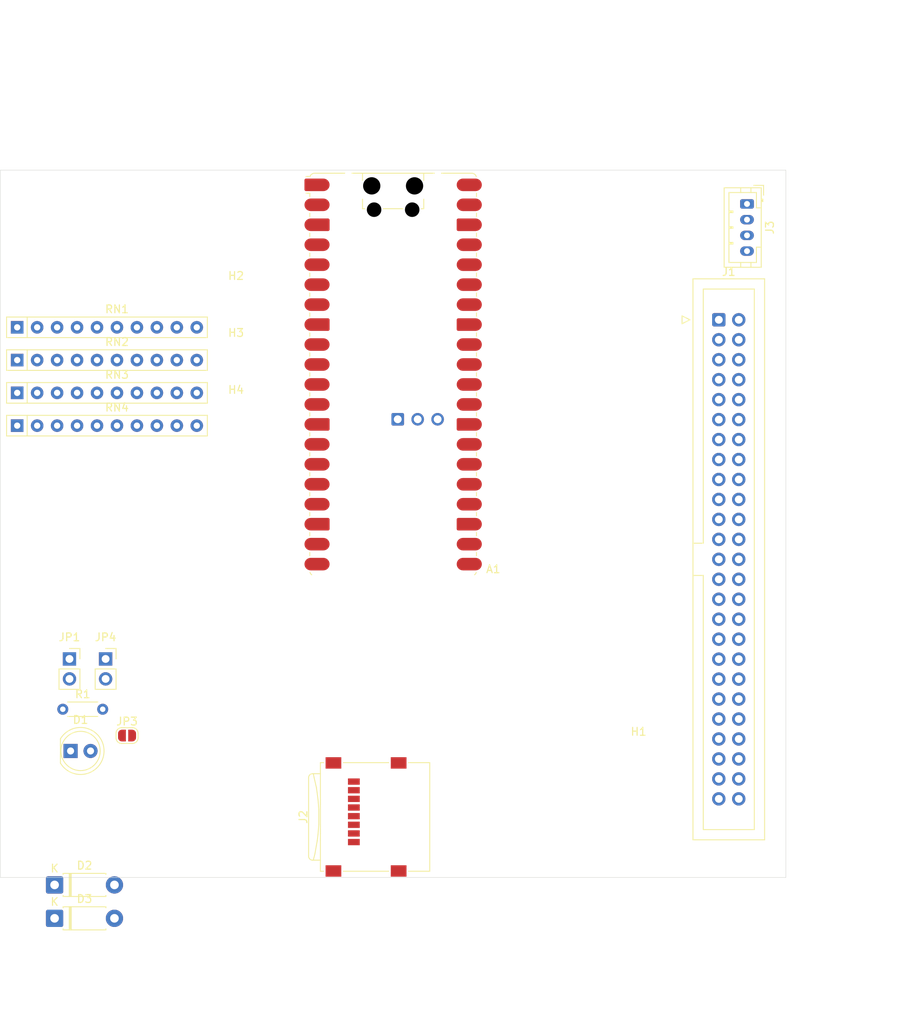
<source format=kicad_pcb>
(kicad_pcb (version 20241229) (generator "pcbnew") (generator_version "9.0")
  (layers (0 "F.Cu" signal) (2 "B.Cu" signal) (13 "F.Paste" user) (15 "B.Paste" user) (5 "F.SilkS" user "F.Silkscreen") (7 "B.SilkS" user "B.Silkscreen") (1 "F.Mask" user) (3 "B.Mask" user) (25 "Edge.Cuts" user))
  (net 0 "")
  (net 1 "/SCSI_IO")
  (net 2 "GND")
  (net 3 "/SCSI_DATA1")
  (net 4 "/SCSI_DATA2")
  (net 7 "/SCSI_BSY")
  (net 8 "+3.3V")
  (net 10 "/SD_DATA1")
  (net 11 "/SD_DATA3")
  (net 12 "/SCSI_REQ")
  (net 13 "/SCSI_ACK")
  (net 14 "/SCSI_CD")
  (net 15 "/SCSI_DATA7")
  (net 16 "/SCSI_MSG")
  (net 17 "/SCSI_DATA3")
  (net 18 "/SCSI_SEL")
  (net 19 "/SCSI_DATA0")
  (net 21 "/SD_CMD")
  (net 23 "/SD_DATA2")
  (net 24 "/SD_DATA0")
  (net 25 "/SCSI_RST")
  (net 26 "/SCSI_BDP")
  (net 27 "/SCSI_DATA4")
  (net 28 "/SCSI_DATA6")
  (net 29 "/SCSI_DATA5")
  (net 31 "+5V")
  (net 33 "/SCSI_ATN")
  (net 34 "/SD_CLK")
  (net 35 "Net-(D1-A)")
  (net 36 "Net-(D2-A)")
  (net 37 "Net-(D3-A)")
  (net 41 "Net-(JP1-B)")
  (net 42 "Net-(JP3-A)")
  (net 43 "Net-(JP4-B)")
  (footprint "MountingHole:MountingHole_3.2mm_M3_ISO7380" (layer "F.Cu") (at 110 113.75)
    (property "Reference" "H1" (at 0 -3.8 0) (layer "F.SilkS"))
    (property "Value" "MountingHole")
    (pad "" np_thru_hole circle (at 0 0) (size 3.2 3.2) (drill 3.2) (layers "*.Cu" "*.Mask"))
  )
  (footprint "Resistor_THT:R_Axial_DIN0204_L3.6mm_D1.6mm_P5.08mm_Horizontal" (layer "F.Cu") (at 36.695 107.095)
    (property "Reference" "R1" (at 2.54 -1.92 0) (layer "F.SilkS"))
    (property "Value" "1K")
    (fp_line (start 0.62 -0.92) (end 4.46 -0.92) (stroke (width 0.12)) (layer "F.SilkS"))
    (fp_line (start 0.62 0.92) (end 4.46 0.92) (stroke (width 0.12)) (layer "F.SilkS"))
    (pad "1" thru_hole circle (at 0 0) (size 1.4 1.4) (drill 0.7) (layers "*.Cu" "*.Mask") (net 35 "Net-(D1-A)"))
    (pad "2" thru_hole circle (at 5.08 0) (size 1.4 1.4) (drill 0.7) (layers "*.Cu" "*.Mask") (net 42 "Net-(JP3-A)"))
  )
  (footprint "Resistor_THT:R_Array_SIP10" (layer "F.Cu") (at 30.89 66.84)
    (property "Reference" "RN3" (at 12.7 -2.31 0) (layer "F.SilkS"))
    (property "Value" "330")
    (fp_line (start -1.35 -1.31) (end -1.35 1.31) (stroke (width 0.12)) (layer "F.SilkS"))
    (fp_line (start -1.35 1.31) (end 24.21 1.31) (stroke (width 0.12)) (layer "F.SilkS"))
    (fp_line (start 1.27 -1.31) (end 1.27 1.31) (stroke (width 0.12)) (layer "F.SilkS"))
    (fp_line (start 24.21 -1.31) (end -1.35 -1.31) (stroke (width 0.12)) (layer "F.SilkS"))
    (fp_line (start 24.21 1.31) (end 24.21 -1.31) (stroke (width 0.12)) (layer "F.SilkS"))
    (pad "1" thru_hole rect (at 0 0) (size 1.6 1.6) (drill 0.8) (layers "*.Cu" "*.Mask") (net 41 "Net-(JP1-B)"))
    (pad "2" thru_hole circle (at 2.54 0) (size 1.6 1.6) (drill 0.8) (layers "*.Cu" "*.Mask") (net 26 "/SCSI_BDP"))
    (pad "3" thru_hole circle (at 5.08 0) (size 1.6 1.6) (drill 0.8) (layers "*.Cu" "*.Mask") (net 15 "/SCSI_DATA7"))
    (pad "4" thru_hole circle (at 7.62 0) (size 1.6 1.6) (drill 0.8) (layers "*.Cu" "*.Mask") (net 28 "/SCSI_DATA6"))
    (pad "5" thru_hole circle (at 10.16 0) (size 1.6 1.6) (drill 0.8) (layers "*.Cu" "*.Mask") (net 29 "/SCSI_DATA5"))
    (pad "6" thru_hole circle (at 12.7 0) (size 1.6 1.6) (drill 0.8) (layers "*.Cu" "*.Mask") (net 27 "/SCSI_DATA4"))
    (pad "7" thru_hole circle (at 15.24 0) (size 1.6 1.6) (drill 0.8) (layers "*.Cu" "*.Mask") (net 17 "/SCSI_DATA3"))
    (pad "8" thru_hole circle (at 17.78 0) (size 1.6 1.6) (drill 0.8) (layers "*.Cu" "*.Mask") (net 4 "/SCSI_DATA2"))
    (pad "9" thru_hole circle (at 20.32 0) (size 1.6 1.6) (drill 0.8) (layers "*.Cu" "*.Mask") (net 3 "/SCSI_DATA1"))
    (pad "10" thru_hole circle (at 22.86 0) (size 1.6 1.6) (drill 0.8) (layers "*.Cu" "*.Mask") (net 19 "/SCSI_DATA0"))
  )
  (footprint "Connector_IDC:IDC-Header_2x25_P2.54mm_Vertical" (layer "F.Cu") (at 120.21 57.54)
    (property "Reference" "J1" (at 1.27 -6.1 0) (layer "F.SilkS"))
    (property "Value" "SCSI_CONN")
    (fp_line (start -4.68 -0.5) (end -4.68 0.5) (stroke (width 0.12)) (layer "F.SilkS"))
    (fp_line (start -4.68 0.5) (end -3.68 0) (stroke (width 0.12)) (layer "F.SilkS"))
    (fp_line (start -3.68 0) (end -4.68 -0.5) (stroke (width 0.12)) (layer "F.SilkS"))
    (fp_line (start -3.29 -5.21) (end 5.83 -5.21) (stroke (width 0.12)) (layer "F.SilkS"))
    (fp_line (start -3.29 28.43) (end -1.98 28.43) (stroke (width 0.12)) (layer "F.SilkS"))
    (fp_line (start -3.29 66.17) (end -3.29 -5.21) (stroke (width 0.12)) (layer "F.SilkS"))
    (fp_line (start -1.98 -3.91) (end 4.52 -3.91) (stroke (width 0.12)) (layer "F.SilkS"))
    (fp_line (start -1.98 28.43) (end -1.98 -3.91) (stroke (width 0.12)) (layer "F.SilkS"))
    (fp_line (start -1.98 32.53) (end -3.29 32.53) (stroke (width 0.12)) (layer "F.SilkS"))
    (fp_line (start -1.98 32.53) (end -1.98 32.53) (stroke (width 0.12)) (layer "F.SilkS"))
    (fp_line (start -1.98 64.87) (end -1.98 32.53) (stroke (width 0.12)) (layer "F.SilkS"))
    (fp_line (start 4.52 -3.91) (end 4.52 64.87) (stroke (width 0.12)) (layer "F.SilkS"))
    (fp_line (start 4.52 64.87) (end -1.98 64.87) (stroke (width 0.12)) (layer "F.SilkS"))
    (fp_line (start 5.83 -5.21) (end 5.83 66.17) (stroke (width 0.12)) (layer "F.SilkS"))
    (fp_line (start 5.83 66.17) (end -3.29 66.17) (stroke (width 0.12)) (layer "F.SilkS"))
    (pad "1" thru_hole roundrect (at 0 0) (size 1.7 1.7) (drill 1) (layers "*.Cu" "*.Mask") (roundrect_rratio 0.147059) (net 2 "GND"))
    (pad "2" thru_hole circle (at 2.54 0) (size 1.7 1.7) (drill 1) (layers "*.Cu" "*.Mask") (net 19 "/SCSI_DATA0"))
    (pad "3" thru_hole circle (at 0 2.54) (size 1.7 1.7) (drill 1) (layers "*.Cu" "*.Mask") (net 2 "GND"))
    (pad "4" thru_hole circle (at 2.54 2.54) (size 1.7 1.7) (drill 1) (layers "*.Cu" "*.Mask") (net 3 "/SCSI_DATA1"))
    (pad "5" thru_hole circle (at 0 5.08) (size 1.7 1.7) (drill 1) (layers "*.Cu" "*.Mask") (net 2 "GND"))
    (pad "6" thru_hole circle (at 2.54 5.08) (size 1.7 1.7) (drill 1) (layers "*.Cu" "*.Mask") (net 4 "/SCSI_DATA2"))
    (pad "7" thru_hole circle (at 0 7.62) (size 1.7 1.7) (drill 1) (layers "*.Cu" "*.Mask") (net 2 "GND"))
    (pad "8" thru_hole circle (at 2.54 7.62) (size 1.7 1.7) (drill 1) (layers "*.Cu" "*.Mask") (net 17 "/SCSI_DATA3"))
    (pad "9" thru_hole circle (at 0 10.16) (size 1.7 1.7) (drill 1) (layers "*.Cu" "*.Mask") (net 2 "GND"))
    (pad "10" thru_hole circle (at 2.54 10.16) (size 1.7 1.7) (drill 1) (layers "*.Cu" "*.Mask") (net 27 "/SCSI_DATA4"))
    (pad "11" thru_hole circle (at 0 12.7) (size 1.7 1.7) (drill 1) (layers "*.Cu" "*.Mask") (net 2 "GND"))
    (pad "12" thru_hole circle (at 2.54 12.7) (size 1.7 1.7) (drill 1) (layers "*.Cu" "*.Mask") (net 29 "/SCSI_DATA5"))
    (pad "13" thru_hole circle (at 0 15.24) (size 1.7 1.7) (drill 1) (layers "*.Cu" "*.Mask") (net 2 "GND"))
    (pad "14" thru_hole circle (at 2.54 15.24) (size 1.7 1.7) (drill 1) (layers "*.Cu" "*.Mask") (net 28 "/SCSI_DATA6"))
    (pad "15" thru_hole circle (at 0 17.78) (size 1.7 1.7) (drill 1) (layers "*.Cu" "*.Mask") (net 2 "GND"))
    (pad "16" thru_hole circle (at 2.54 17.78) (size 1.7 1.7) (drill 1) (layers "*.Cu" "*.Mask") (net 15 "/SCSI_DATA7"))
    (pad "17" thru_hole circle (at 0 20.32) (size 1.7 1.7) (drill 1) (layers "*.Cu" "*.Mask") (net 2 "GND"))
    (pad "18" thru_hole circle (at 2.54 20.32) (size 1.7 1.7) (drill 1) (layers "*.Cu" "*.Mask") (net 26 "/SCSI_BDP"))
    (pad "19" thru_hole circle (at 0 22.86) (size 1.7 1.7) (drill 1) (layers "*.Cu" "*.Mask") (net 2 "GND"))
    (pad "20" thru_hole circle (at 2.54 22.86) (size 1.7 1.7) (drill 1) (layers "*.Cu" "*.Mask") (net 2 "GND"))
    (pad "21" thru_hole circle (at 0 25.4) (size 1.7 1.7) (drill 1) (layers "*.Cu" "*.Mask") (net 2 "GND"))
    (pad "22" thru_hole circle (at 2.54 25.4) (size 1.7 1.7) (drill 1) (layers "*.Cu" "*.Mask") (net 2 "GND"))
    (pad "23" thru_hole circle (at 0 27.94) (size 1.7 1.7) (drill 1) (layers "*.Cu" "*.Mask") (net 2 "GND"))
    (pad "24" thru_hole circle (at 2.54 27.94) (size 1.7 1.7) (drill 1) (layers "*.Cu" "*.Mask") (net 2 "GND"))
    (pad "25" thru_hole circle (at 0 30.48) (size 1.7 1.7) (drill 1) (layers "*.Cu" "*.Mask"))
    (pad "26" thru_hole circle (at 2.54 30.48) (size 1.7 1.7) (drill 1) (layers "*.Cu" "*.Mask") (net 37 "Net-(D3-A)"))
    (pad "27" thru_hole circle (at 0 33.02) (size 1.7 1.7) (drill 1) (layers "*.Cu" "*.Mask") (net 2 "GND"))
    (pad "28" thru_hole circle (at 2.54 33.02) (size 1.7 1.7) (drill 1) (layers "*.Cu" "*.Mask") (net 2 "GND"))
    (pad "29" thru_hole circle (at 0 35.56) (size 1.7 1.7) (drill 1) (layers "*.Cu" "*.Mask") (net 2 "GND"))
    (pad "30" thru_hole circle (at 2.54 35.56) (size 1.7 1.7) (drill 1) (layers "*.Cu" "*.Mask") (net 2 "GND"))
    (pad "31" thru_hole circle (at 0 38.1) (size 1.7 1.7) (drill 1) (layers "*.Cu" "*.Mask") (net 2 "GND"))
    (pad "32" thru_hole circle (at 2.54 38.1) (size 1.7 1.7) (drill 1) (layers "*.Cu" "*.Mask") (net 33 "/SCSI_ATN"))
    (pad "33" thru_hole circle (at 0 40.64) (size 1.7 1.7) (drill 1) (layers "*.Cu" "*.Mask") (net 2 "GND"))
    (pad "34" thru_hole circle (at 2.54 40.64) (size 1.7 1.7) (drill 1) (layers "*.Cu" "*.Mask"))
    (pad "35" thru_hole circle (at 0 43.18) (size 1.7 1.7) (drill 1) (layers "*.Cu" "*.Mask") (net 2 "GND"))
    (pad "36" thru_hole circle (at 2.54 43.18) (size 1.7 1.7) (drill 1) (layers "*.Cu" "*.Mask") (net 7 "/SCSI_BSY"))
    (pad "37" thru_hole circle (at 0 45.72) (size 1.7 1.7) (drill 1) (layers "*.Cu" "*.Mask") (net 2 "GND"))
    (pad "38" thru_hole circle (at 2.54 45.72) (size 1.7 1.7) (drill 1) (layers "*.Cu" "*.Mask") (net 13 "/SCSI_ACK"))
    (pad "39" thru_hole circle (at 0 48.26) (size 1.7 1.7) (drill 1) (layers "*.Cu" "*.Mask") (net 2 "GND"))
    (pad "40" thru_hole circle (at 2.54 48.26) (size 1.7 1.7) (drill 1) (layers "*.Cu" "*.Mask") (net 25 "/SCSI_RST"))
    (pad "41" thru_hole circle (at 0 50.8) (size 1.7 1.7) (drill 1) (layers "*.Cu" "*.Mask") (net 2 "GND"))
    (pad "42" thru_hole circle (at 2.54 50.8) (size 1.7 1.7) (drill 1) (layers "*.Cu" "*.Mask") (net 16 "/SCSI_MSG"))
    (pad "43" thru_hole circle (at 0 53.34) (size 1.7 1.7) (drill 1) (layers "*.Cu" "*.Mask") (net 2 "GND"))
    (pad "44" thru_hole circle (at 2.54 53.34) (size 1.7 1.7) (drill 1) (layers "*.Cu" "*.Mask") (net 18 "/SCSI_SEL"))
    (pad "45" thru_hole circle (at 0 55.88) (size 1.7 1.7) (drill 1) (layers "*.Cu" "*.Mask") (net 2 "GND"))
    (pad "46" thru_hole circle (at 2.54 55.88) (size 1.7 1.7) (drill 1) (layers "*.Cu" "*.Mask") (net 14 "/SCSI_CD"))
    (pad "47" thru_hole circle (at 0 58.42) (size 1.7 1.7) (drill 1) (layers "*.Cu" "*.Mask") (net 2 "GND"))
    (pad "48" thru_hole circle (at 2.54 58.42) (size 1.7 1.7) (drill 1) (layers "*.Cu" "*.Mask") (net 12 "/SCSI_REQ"))
    (pad "49" thru_hole circle (at 0 60.96) (size 1.7 1.7) (drill 1) (layers "*.Cu" "*.Mask") (net 2 "GND"))
    (pad "50" thru_hole circle (at 2.54 60.96) (size 1.7 1.7) (drill 1) (layers "*.Cu" "*.Mask") (net 1 "/SCSI_IO"))
  )
  (footprint "MountingHole:MountingHole_3.2mm_M3_ISO7380" (layer "F.Cu") (at 58.75 55.75)
    (property "Reference" "H2" (at 0 -3.8 0) (layer "F.SilkS"))
    (property "Value" "MountingHole")
    (pad "" np_thru_hole circle (at 0 0) (size 3.2 3.2) (drill 3.2) (layers "*.Cu" "*.Mask"))
  )
  (footprint "Diode_THT:D_DO-41_SOD81_P7.62mm_Horizontal" (layer "F.Cu") (at 35.65 129.45)
    (property "Reference" "D2" (at 3.81 -2.47 0) (layer "F.SilkS"))
    (property "Value" "1N4001")
    (fp_line (start 1.09 -1.47) (end 6.53 -1.47) (stroke (width 0.12)) (layer "F.SilkS"))
    (fp_line (start 1.09 -1.34) (end 1.09 -1.47) (stroke (width 0.12)) (layer "F.SilkS"))
    (fp_line (start 1.09 1.34) (end 1.09 1.47) (stroke (width 0.12)) (layer "F.SilkS"))
    (fp_line (start 1.09 1.47) (end 6.53 1.47) (stroke (width 0.12)) (layer "F.SilkS"))
    (fp_line (start 1.87 -1.47) (end 1.87 1.47) (stroke (width 0.12)) (layer "F.SilkS"))
    (fp_line (start 1.99 -1.47) (end 1.99 1.47) (stroke (width 0.12)) (layer "F.SilkS"))
    (fp_line (start 2.11 -1.47) (end 2.11 1.47) (stroke (width 0.12)) (layer "F.SilkS"))
    (fp_line (start 6.53 -1.47) (end 6.53 -1.34) (stroke (width 0.12)) (layer "F.SilkS"))
    (fp_line (start 6.53 1.47) (end 6.53 1.34) (stroke (width 0.12)) (layer "F.SilkS"))
    (fp_text user "K" (at 0 -2.1 0) (layer "F.SilkS"))
    (pad "1" thru_hole roundrect (at 0 0) (size 2.2 2.2) (drill 1.1) (layers "*.Cu" "*.Mask") (roundrect_rratio 0.113636) (net 31 "+5V"))
    (pad "2" thru_hole circle (at 7.62 0) (size 2.2 2.2) (drill 1.1) (layers "*.Cu" "*.Mask") (net 36 "Net-(D2-A)"))
  )
  (footprint "Connector_Card:microSD_HC_Wuerth_693072010801" (layer "F.Cu") (at 75.3 120.8 90)
    (property "Reference" "J2" (at 0 -7.99 90) (layer "F.SilkS"))
    (property "Value" "Micro_SD_Card")
    (fp_line (start -5 -7.31) (end 5 -7.31) (stroke (width 0.12)) (layer "F.SilkS"))
    (fp_line (start -5.5 -6.71) (end -4.7 -6.51) (stroke (width 0.12)) (layer "F.SilkS"))
    (fp_line (start 5 -6.61) (end 5.5 -6.71) (stroke (width 0.12)) (layer "F.SilkS"))
    (fp_line (start -4.7 -6.51) (end -3 -6.21) (stroke (width 0.12)) (layer "F.SilkS"))
    (fp_line (start 3.7 -6.31) (end 5 -6.61) (stroke (width 0.12)) (layer "F.SilkS"))
    (fp_line (start -3 -6.21) (end -2.2 -6.11) (stroke (width 0.12)) (layer "F.SilkS"))
    (fp_line (start 2.2 -6.11) (end 3.7 -6.31) (stroke (width 0.12)) (layer "F.SilkS"))
    (fp_line (start -2.2 -6.11) (end -0.9 -6.01) (stroke (width 0.12)) (layer "F.SilkS"))
    (fp_line (start 0.9 -6.01) (end 2.2 -6.11) (stroke (width 0.12)) (layer "F.SilkS"))
    (fp_line (start -0.9 -6.01) (end 0.9 -6.01) (stroke (width 0.12)) (layer "F.SilkS"))
    (fp_line (start 6.91 -5.81) (end 6.91 -5.41) (stroke (width 0.12)) (layer "F.SilkS"))
    (fp_line (start 5.5 -5.81) (end 5.5 -6.81) (stroke (width 0.12)) (layer "F.SilkS"))
    (fp_line (start -5.5 -5.81) (end -5.5 -6.81) (stroke (width 0.12)) (layer "F.SilkS"))
    (fp_line (start -6.91 -5.81) (end 6.91 -5.81) (stroke (width 0.12)) (layer "F.SilkS"))
    (fp_line (start -6.91 -5.81) (end -6.91 -5.41) (stroke (width 0.12)) (layer "F.SilkS"))
    (fp_line (start 6.91 -2.89) (end 6.91 2.89) (stroke (width 0.12)) (layer "F.SilkS"))
    (fp_line (start -6.91 -2.89) (end -6.91 2.89) (stroke (width 0.12)) (layer "F.SilkS"))
    (fp_line (start 6.91 5.41) (end 6.91 8.11) (stroke (width 0.12)) (layer "F.SilkS"))
    (fp_line (start -6.91 5.41) (end -6.91 8.11) (stroke (width 0.12)) (layer "F.SilkS"))
    (fp_line (start 6.91 8.11) (end -6.91 8.11) (stroke (width 0.12)) (layer "F.SilkS"))
    (fp_arc (start 5 -7.31) (mid 5.353553 -7.163553) (end 5.5 -6.81) (stroke (width 0.12)) (layer "F.SilkS"))
    (fp_arc (start -5.5 -6.81) (mid -5.353553 -7.163553) (end -5 -7.31) (stroke (width 0.12)) (layer "F.SilkS"))
    (pad "1" smd rect (at -3.2 -1.55 90) (size 0.8 1.5) (layers "F.Cu" "F.Mask" "F.Paste") (net 23 "/SD_DATA2"))
    (pad "2" smd rect (at -2.1 -1.55 90) (size 0.8 1.5) (layers "F.Cu" "F.Mask" "F.Paste") (net 11 "/SD_DATA3"))
    (pad "3" smd rect (at -1 -1.55 90) (size 0.8 1.5) (layers "F.Cu" "F.Mask" "F.Paste") (net 21 "/SD_CMD"))
    (pad "4" smd rect (at 0.1 -1.55 90) (size 0.8 1.5) (layers "F.Cu" "F.Mask" "F.Paste") (net 8 "+3.3V"))
    (pad "5" smd rect (at 1.2 -1.55 90) (size 0.8 1.5) (layers "F.Cu" "F.Mask" "F.Paste") (net 34 "/SD_CLK"))
    (pad "6" smd rect (at 2.3 -1.55 90) (size 0.8 1.5) (layers "F.Cu" "F.Mask" "F.Paste") (net 2 "GND"))
    (pad "7" smd rect (at 3.4 -1.55 90) (size 0.8 1.5) (layers "F.Cu" "F.Mask" "F.Paste") (net 24 "/SD_DATA0"))
    (pad "8" smd rect (at 4.5 -1.55 90) (size 0.8 1.5) (layers "F.Cu" "F.Mask" "F.Paste") (net 10 "/SD_DATA1"))
    (pad "9" smd rect (at -6.875 -4.15 90) (size 1.45 2) (layers "F.Cu" "F.Mask" "F.Paste") (net 2 "GND"))
    (pad "9" smd rect (at -6.875 4.15 90) (size 1.45 2) (layers "F.Cu" "F.Mask" "F.Paste") (net 2 "GND"))
    (pad "9" smd rect (at 6.875 -4.15 90) (size 1.45 2) (layers "F.Cu" "F.Mask" "F.Paste") (net 2 "GND"))
    (pad "9" smd rect (at 6.875 4.15 90) (size 1.45 2) (layers "F.Cu" "F.Mask" "F.Paste") (net 2 "GND"))
  )
  (footprint "Connector_PinSocket_2.54mm:PinSocket_1x02_P2.54mm_Vertical" (layer "F.Cu") (at 42.145 100.695)
    (property "Reference" "JP4" (at 0 -2.77 0) (layer "F.SilkS"))
    (property "Value" "TERM_EN")
    (fp_line (start -1.33 1.27) (end -1.33 3.87) (stroke (width 0.12)) (layer "F.SilkS"))
    (fp_line (start -1.33 1.27) (end 1.33 1.27) (stroke (width 0.12)) (layer "F.SilkS"))
    (fp_line (start -1.33 3.87) (end 1.33 3.87) (stroke (width 0.12)) (layer "F.SilkS"))
    (fp_line (start 0 -1.33) (end 1.33 -1.33) (stroke (width 0.12)) (layer "F.SilkS"))
    (fp_line (start 1.33 -1.33) (end 1.33 0) (stroke (width 0.12)) (layer "F.SilkS"))
    (fp_line (start 1.33 1.27) (end 1.33 3.87) (stroke (width 0.12)) (layer "F.SilkS"))
    (pad "1" thru_hole rect (at 0 0) (size 1.7 1.7) (drill 1) (layers "*.Cu" "*.Mask") (net 31 "+5V"))
    (pad "2" thru_hole circle (at 0 2.54) (size 1.7 1.7) (drill 1) (layers "*.Cu" "*.Mask") (net 43 "Net-(JP4-B)"))
  )
  (footprint "Resistor_THT:R_Array_SIP10" (layer "F.Cu") (at 30.89 71.01)
    (property "Reference" "RN4" (at 12.7 -2.31 0) (layer "F.SilkS"))
    (property "Value" "330")
    (fp_line (start -1.35 -1.31) (end -1.35 1.31) (stroke (width 0.12)) (layer "F.SilkS"))
    (fp_line (start -1.35 1.31) (end 24.21 1.31) (stroke (width 0.12)) (layer "F.SilkS"))
    (fp_line (start 1.27 -1.31) (end 1.27 1.31) (stroke (width 0.12)) (layer "F.SilkS"))
    (fp_line (start 24.21 -1.31) (end -1.35 -1.31) (stroke (width 0.12)) (layer "F.SilkS"))
    (fp_line (start 24.21 1.31) (end 24.21 -1.31) (stroke (width 0.12)) (layer "F.SilkS"))
    (pad "1" thru_hole rect (at 0 0) (size 1.6 1.6) (drill 0.8) (layers "*.Cu" "*.Mask") (net 41 "Net-(JP1-B)"))
    (pad "2" thru_hole circle (at 2.54 0) (size 1.6 1.6) (drill 0.8) (layers "*.Cu" "*.Mask") (net 1 "/SCSI_IO"))
    (pad "3" thru_hole circle (at 5.08 0) (size 1.6 1.6) (drill 0.8) (layers "*.Cu" "*.Mask") (net 12 "/SCSI_REQ"))
    (pad "4" thru_hole circle (at 7.62 0) (size 1.6 1.6) (drill 0.8) (layers "*.Cu" "*.Mask") (net 14 "/SCSI_CD"))
    (pad "5" thru_hole circle (at 10.16 0) (size 1.6 1.6) (drill 0.8) (layers "*.Cu" "*.Mask") (net 18 "/SCSI_SEL"))
    (pad "6" thru_hole circle (at 12.7 0) (size 1.6 1.6) (drill 0.8) (layers "*.Cu" "*.Mask") (net 16 "/SCSI_MSG"))
    (pad "7" thru_hole circle (at 15.24 0) (size 1.6 1.6) (drill 0.8) (layers "*.Cu" "*.Mask") (net 25 "/SCSI_RST"))
    (pad "8" thru_hole circle (at 17.78 0) (size 1.6 1.6) (drill 0.8) (layers "*.Cu" "*.Mask") (net 13 "/SCSI_ACK"))
    (pad "9" thru_hole circle (at 20.32 0) (size 1.6 1.6) (drill 0.8) (layers "*.Cu" "*.Mask") (net 7 "/SCSI_BSY"))
    (pad "10" thru_hole circle (at 22.86 0) (size 1.6 1.6) (drill 0.8) (layers "*.Cu" "*.Mask") (net 33 "/SCSI_ATN"))
  )
  (footprint "Diode_THT:D_DO-41_SOD81_P7.62mm_Horizontal" (layer "F.Cu") (at 35.65 133.7)
    (property "Reference" "D3" (at 3.81 -2.47 0) (layer "F.SilkS"))
    (property "Value" "1N4001")
    (fp_line (start 1.09 -1.47) (end 6.53 -1.47) (stroke (width 0.12)) (layer "F.SilkS"))
    (fp_line (start 1.09 -1.34) (end 1.09 -1.47) (stroke (width 0.12)) (layer "F.SilkS"))
    (fp_line (start 1.09 1.34) (end 1.09 1.47) (stroke (width 0.12)) (layer "F.SilkS"))
    (fp_line (start 1.09 1.47) (end 6.53 1.47) (stroke (width 0.12)) (layer "F.SilkS"))
    (fp_line (start 1.87 -1.47) (end 1.87 1.47) (stroke (width 0.12)) (layer "F.SilkS"))
    (fp_line (start 1.99 -1.47) (end 1.99 1.47) (stroke (width 0.12)) (layer "F.SilkS"))
    (fp_line (start 2.11 -1.47) (end 2.11 1.47) (stroke (width 0.12)) (layer "F.SilkS"))
    (fp_line (start 6.53 -1.47) (end 6.53 -1.34) (stroke (width 0.12)) (layer "F.SilkS"))
    (fp_line (start 6.53 1.47) (end 6.53 1.34) (stroke (width 0.12)) (layer "F.SilkS"))
    (fp_text user "K" (at 0 -2.1 0) (layer "F.SilkS"))
    (pad "1" thru_hole roundrect (at 0 0) (size 2.2 2.2) (drill 1.1) (layers "*.Cu" "*.Mask") (roundrect_rratio 0.113636) (net 31 "+5V"))
    (pad "2" thru_hole circle (at 7.62 0) (size 2.2 2.2) (drill 1.1) (layers "*.Cu" "*.Mask") (net 37 "Net-(D3-A)"))
  )
  (footprint "Resistor_THT:R_Array_SIP10" (layer "F.Cu") (at 30.89 62.67)
    (property "Reference" "RN2" (at 12.7 -2.31 0) (layer "F.SilkS"))
    (property "Value" "220")
    (fp_line (start -1.35 -1.31) (end -1.35 1.31) (stroke (width 0.12)) (layer "F.SilkS"))
    (fp_line (start -1.35 1.31) (end 24.21 1.31) (stroke (width 0.12)) (layer "F.SilkS"))
    (fp_line (start 1.27 -1.31) (end 1.27 1.31) (stroke (width 0.12)) (layer "F.SilkS"))
    (fp_line (start 24.21 -1.31) (end -1.35 -1.31) (stroke (width 0.12)) (layer "F.SilkS"))
    (fp_line (start 24.21 1.31) (end 24.21 -1.31) (stroke (width 0.12)) (layer "F.SilkS"))
    (pad "1" thru_hole rect (at 0 0) (size 1.6 1.6) (drill 0.8) (layers "*.Cu" "*.Mask") (net 43 "Net-(JP4-B)"))
    (pad "2" thru_hole circle (at 2.54 0) (size 1.6 1.6) (drill 0.8) (layers "*.Cu" "*.Mask") (net 1 "/SCSI_IO"))
    (pad "3" thru_hole circle (at 5.08 0) (size 1.6 1.6) (drill 0.8) (layers "*.Cu" "*.Mask") (net 12 "/SCSI_REQ"))
    (pad "4" thru_hole circle (at 7.62 0) (size 1.6 1.6) (drill 0.8) (layers "*.Cu" "*.Mask") (net 14 "/SCSI_CD"))
    (pad "5" thru_hole circle (at 10.16 0) (size 1.6 1.6) (drill 0.8) (layers "*.Cu" "*.Mask") (net 18 "/SCSI_SEL"))
    (pad "6" thru_hole circle (at 12.7 0) (size 1.6 1.6) (drill 0.8) (layers "*.Cu" "*.Mask") (net 16 "/SCSI_MSG"))
    (pad "7" thru_hole circle (at 15.24 0) (size 1.6 1.6) (drill 0.8) (layers "*.Cu" "*.Mask") (net 25 "/SCSI_RST"))
    (pad "8" thru_hole circle (at 17.78 0) (size 1.6 1.6) (drill 0.8) (layers "*.Cu" "*.Mask") (net 13 "/SCSI_ACK"))
    (pad "9" thru_hole circle (at 20.32 0) (size 1.6 1.6) (drill 0.8) (layers "*.Cu" "*.Mask") (net 7 "/SCSI_BSY"))
    (pad "10" thru_hole circle (at 22.86 0) (size 1.6 1.6) (drill 0.8) (layers "*.Cu" "*.Mask") (net 33 "/SCSI_ATN"))
  )
  (footprint "Module:RaspberryPi_Pico_W_SMD_HandSolder" (layer "F.Cu") (at 78.75 64.5)
    (property "Reference" "A1" (at 11.7475 24.765 0) (layer "F.SilkS") (effects (justify left)))
    (property "Value" "RaspberryPi_Pico_W")
    (fp_line (start -10.61 -23.07) (end -11.09 -23.07) (stroke (width 0.12)) (layer "F.SilkS"))
    (fp_line (start -10.61 -23.07) (end -10.61 -22.65) (stroke (width 0.12)) (layer "F.SilkS"))
    (fp_line (start -10.61 -20.53) (end -10.61 -20.11) (stroke (width 0.12)) (layer "F.SilkS"))
    (fp_line (start -10.61 -17.99) (end -10.61 -17.57) (stroke (width 0.12)) (layer "F.SilkS"))
    (fp_line (start -10.61 -15.45) (end -10.61 -15.03) (stroke (width 0.12)) (layer "F.SilkS"))
    (fp_line (start -10.61 -12.91) (end -10.61 -12.49) (stroke (width 0.12)) (layer "F.SilkS"))
    (fp_line (start -10.61 -10.37) (end -10.61 -9.95) (stroke (width 0.12)) (layer "F.SilkS"))
    (fp_line (start -10.61 -7.83) (end -10.61 -7.41) (stroke (width 0.12)) (layer "F.SilkS"))
    (fp_line (start -10.61 -5.29) (end -10.61 -4.87) (stroke (width 0.12)) (layer "F.SilkS"))
    (fp_line (start -10.61 -2.75) (end -10.61 -2.33) (stroke (width 0.12)) (layer "F.SilkS"))
    (fp_line (start -10.61 -0.21) (end -10.61 0.21) (stroke (width 0.12)) (layer "F.SilkS"))
    (fp_line (start -10.61 2.33) (end -10.61 2.75) (stroke (width 0.12)) (layer "F.SilkS"))
    (fp_line (start -10.61 4.87) (end -10.61 5.29) (stroke (width 0.12)) (layer "F.SilkS"))
    (fp_line (start -10.61 7.41) (end -10.61 7.83) (stroke (width 0.12)) (layer "F.SilkS"))
    (fp_line (start -10.61 9.95) (end -10.61 10.37) (stroke (width 0.12)) (layer "F.SilkS"))
    (fp_line (start -10.61 12.49) (end -10.61 12.91) (stroke (width 0.12)) (layer "F.SilkS"))
    (fp_line (start -10.61 15.03) (end -10.61 15.45) (stroke (width 0.12)) (layer "F.SilkS"))
    (fp_line (start -10.61 17.57) (end -10.61 17.99) (stroke (width 0.12)) (layer "F.SilkS"))
    (fp_line (start -10.61 20.11) (end -10.61 20.53) (stroke (width 0.12)) (layer "F.SilkS"))
    (fp_line (start -10.61 22.65) (end -10.61 23.07) (stroke (width 0.12)) (layer "F.SilkS"))
    (fp_line (start -10.579676 -25.19) (end -11.09 -25.19) (stroke (width 0.12)) (layer "F.SilkS"))
    (fp_line (start -10 -25.61) (end -7.51 -25.61) (stroke (width 0.12)) (layer "F.SilkS"))
    (fp_line (start -7.51 -25.61) (end -6.16206 -25.61) (stroke (width 0.12)) (layer "F.SilkS"))
    (fp_line (start -5.237939 -25.61) (end -4.235 -25.61) (stroke (width 0.12)) (layer "F.SilkS"))
    (fp_line (start -4.235 -25.61) (end 4.235 -25.61) (stroke (width 0.12)) (layer "F.SilkS"))
    (fp_line (start -3.9 -25.61) (end -3.9 -24.694) (stroke (width 0.12)) (layer "F.SilkS"))
    (fp_line (start -3.9 -22.306) (end -3.9 -21.09) (stroke (width 0.12)) (layer "F.SilkS"))
    (fp_line (start -3.9 -21.09) (end -3.60391 -21.09) (stroke (width 0.12)) (layer "F.SilkS"))
    (fp_line (start -1.24609 -21.09) (end 1.24609 -21.09) (stroke (width 0.12)) (layer "F.SilkS"))
    (fp_line (start 3.60391 -21.09) (end 3.9 -21.09) (stroke (width 0.12)) (layer "F.SilkS"))
    (fp_line (start 3.9 -25.61) (end 3.9 -24.694) (stroke (width 0.12)) (layer "F.SilkS"))
    (fp_line (start 3.9 -22.306) (end 3.9 -21.09) (stroke (width 0.12)) (layer "F.SilkS"))
    (fp_line (start 4.235 -25.61) (end 5.237939 -25.61) (stroke (width 0.12)) (layer "F.SilkS"))
    (fp_line (start 6.162061 -25.61) (end 7.51 -25.61) (stroke (width 0.12)) (layer "F.SilkS"))
    (fp_line (start 10 -25.61) (end 7.51 -25.61) (stroke (width 0.12)) (layer "F.SilkS"))
    (fp_line (start 10.61 -23.07) (end 10.61 -22.65) (stroke (width 0.12)) (layer "F.SilkS"))
    (fp_line (start 10.61 -20.53) (end 10.61 -20.11) (stroke (width 0.12)) (layer "F.SilkS"))
    (fp_line (start 10.61 -17.99) (end 10.61 -17.57) (stroke (width 0.12)) (layer "F.SilkS"))
    (fp_line (start 10.61 -15.45) (end 10.61 -15.03) (stroke (width 0.12)) (layer "F.SilkS"))
    (fp_line (start 10.61 -12.91) (end 10.61 -12.49) (stroke (width 0.12)) (layer "F.SilkS"))
    (fp_line (start 10.61 -10.37) (end 10.61 -9.95) (stroke (width 0.12)) (layer "F.SilkS"))
    (fp_line (start 10.61 -7.83) (end 10.61 -7.41) (stroke (width 0.12)) (layer "F.SilkS"))
    (fp_line (start 10.61 -5.29) (end 10.61 -4.87) (stroke (width 0.12)) (layer "F.SilkS"))
    (fp_line (start 10.61 -2.75) (end 10.61 -2.33) (stroke (width 0.12)) (layer "F.SilkS"))
    (fp_line (start 10.61 -0.21) (end 10.61 0.21) (stroke (width 0.12)) (layer "F.SilkS"))
    (fp_line (start 10.61 2.33) (end 10.61 2.75) (stroke (width 0.12)) (layer "F.SilkS"))
    (fp_line (start 10.61 4.87) (end 10.61 5.29) (stroke (width 0.12)) (layer "F.SilkS"))
    (fp_line (start 10.61 7.41) (end 10.61 7.83) (stroke (width 0.12)) (layer "F.SilkS"))
    (fp_line (start 10.61 9.95) (end 10.61 10.37) (stroke (width 0.12)) (layer "F.SilkS"))
    (fp_line (start 10.61 12.49) (end 10.61 12.91) (stroke (width 0.12)) (layer "F.SilkS"))
    (fp_line (start 10.61 15.03) (end 10.61 15.45) (stroke (width 0.12)) (layer "F.SilkS"))
    (fp_line (start 10.61 17.57) (end 10.61 17.99) (stroke (width 0.12)) (layer "F.SilkS"))
    (fp_line (start 10.61 20.11) (end 10.61 20.53) (stroke (width 0.12)) (layer "F.SilkS"))
    (fp_line (start 10.61 22.65) (end 10.61 23.07) (stroke (width 0.12)) (layer "F.SilkS"))
    (fp_arc (start -10.579676 -25.19) (mid -10.357938 -25.493944) (end -10 -25.61) (stroke (width 0.12)) (layer "F.SilkS"))
    (fp_arc (start -10.363318 25.49) (mid -10.494791 25.356765) (end -10.579676 25.189937) (stroke (width 0.12)) (layer "F.SilkS"))
    (fp_arc (start 10 -25.61) (mid 10.357937 -25.493944) (end 10.579676 -25.189937) (stroke (width 0.12)) (layer "F.SilkS"))
    (fp_arc (start 10.579676 25.189937) (mid 10.494803 25.356773) (end 10.363318 25.49) (stroke (width 0.12)) (layer "F.SilkS"))
    (pad "" smd rect (at -8.89 -24.13) (size 3.8 2.2) (drill (offset -0.8 0)) (layers "F.Paste"))
    (pad "" smd rect (at -8.89 -21.59) (size 3.8 2.2) (drill (offset -0.8 0)) (layers "F.Paste"))
    (pad "" smd rect (at -8.89 -19.05) (size 3.8 2.2) (drill (offset -0.8 0)) (layers "F.Paste"))
    (pad "" smd rect (at -8.89 -16.51) (size 3.8 2.2) (drill (offset -0.8 0)) (layers "F.Paste"))
    (pad "" smd rect (at -8.89 -13.97) (size 3.8 2.2) (drill (offset -0.8 0)) (layers "F.Paste"))
    (pad "" smd rect (at -8.89 -11.43) (size 3.8 2.2) (drill (offset -0.8 0)) (layers "F.Paste"))
    (pad "" smd rect (at -8.89 -8.89) (size 3.8 2.2) (drill (offset -0.8 0)) (layers "F.Paste"))
    (pad "" smd rect (at -8.89 -6.35) (size 3.8 2.2) (drill (offset -0.8 0)) (layers "F.Paste"))
    (pad "" smd rect (at -8.89 -3.81) (size 3.8 2.2) (drill (offset -0.8 0)) (layers "F.Paste"))
    (pad "" smd rect (at -8.89 -1.27) (size 3.8 2.2) (drill (offset -0.8 0)) (layers "F.Paste"))
    (pad "" smd rect (at -8.89 1.27) (size 3.8 2.2) (drill (offset -0.8 0)) (layers "F.Paste"))
    (pad "" smd rect (at -8.89 3.81) (size 3.8 2.2) (drill (offset -0.8 0)) (layers "F.Paste"))
    (pad "" smd rect (at -8.89 6.35) (size 3.8 2.2) (drill (offset -0.8 0)) (layers "F.Paste"))
    (pad "" smd rect (at -8.89 8.89) (size 3.8 2.2) (drill (offset -0.8 0)) (layers "F.Paste"))
    (pad "" smd rect (at -8.89 11.43) (size 3.8 2.2) (drill (offset -0.8 0)) (layers "F.Paste"))
    (pad "" smd rect (at -8.89 13.97) (size 3.8 2.2) (drill (offset -0.8 0)) (layers "F.Paste"))
    (pad "" smd rect (at -8.89 16.51) (size 3.8 2.2) (drill (offset -0.8 0)) (layers "F.Paste"))
    (pad "" smd rect (at -8.89 19.05) (size 3.8 2.2) (drill (offset -0.8 0)) (layers "F.Paste"))
    (pad "" smd rect (at -8.89 21.59) (size 3.8 2.2) (drill (offset -0.8 0)) (layers "F.Paste"))
    (pad "" smd rect (at -8.89 24.13) (size 3.8 2.2) (drill (offset -0.8 0)) (layers "F.Paste"))
    (pad "" np_thru_hole circle (at -2.725 -24) (size 2.2 2.2) (drill 2.2) (layers "*.Mask"))
    (pad "" np_thru_hole circle (at -2.425 -20.97) (size 1.85 1.85) (drill 1.85) (layers "*.Mask"))
    (pad "" np_thru_hole circle (at 2.425 -20.97) (size 1.85 1.85) (drill 1.85) (layers "*.Mask"))
    (pad "" np_thru_hole circle (at 2.725 -24) (size 2.2 2.2) (drill 2.2) (layers "*.Mask"))
    (pad "" smd rect (at 8.89 -24.13) (size 3.8 2.2) (drill (offset 0.8 0)) (layers "F.Paste"))
    (pad "" smd rect (at 8.89 -21.59) (size 3.8 2.2) (drill (offset 0.8 0)) (layers "F.Paste"))
    (pad "" smd rect (at 8.89 -19.05) (size 3.8 2.2) (drill (offset 0.8 0)) (layers "F.Paste"))
    (pad "" smd rect (at 8.89 -16.51) (size 3.8 2.2) (drill (offset 0.8 0)) (layers "F.Paste"))
    (pad "" smd rect (at 8.89 -13.97) (size 3.8 2.2) (drill (offset 0.8 0)) (layers "F.Paste"))
    (pad "" smd rect (at 8.89 -11.43) (size 3.8 2.2) (drill (offset 0.8 0)) (layers "F.Paste"))
    (pad "" smd rect (at 8.89 -8.89) (size 3.8 2.2) (drill (offset 0.8 0)) (layers "F.Paste"))
    (pad "" smd rect (at 8.89 -6.35) (size 3.8 2.2) (drill (offset 0.8 0)) (layers "F.Paste"))
    (pad "" smd rect (at 8.89 -3.81) (size 3.8 2.2) (drill (offset 0.8 0)) (layers "F.Paste"))
    (pad "" smd rect (at 8.89 -1.27) (size 3.8 2.2) (drill (offset 0.8 0)) (layers "F.Paste"))
    (pad "" smd rect (at 8.89 1.27) (size 3.8 2.2) (drill (offset 0.8 0)) (layers "F.Paste"))
    (pad "" smd rect (at 8.89 3.81) (size 3.8 2.2) (drill (offset 0.8 0)) (layers "F.Paste"))
    (pad "" smd rect (at 8.89 6.35) (size 3.8 2.2) (drill (offset 0.8 0)) (layers "F.Paste"))
    (pad "" smd rect (at 8.89 8.89) (size 3.8 2.2) (drill (offset 0.8 0)) (layers "F.Paste"))
    (pad "" smd rect (at 8.89 11.43) (size 3.8 2.2) (drill (offset 0.8 0)) (layers "F.Paste"))
    (pad "" smd rect (at 8.89 13.97) (size 3.8 2.2) (drill (offset 0.8 0)) (layers "F.Paste"))
    (pad "" smd rect (at 8.89 16.51) (size 3.8 2.2) (drill (offset 0.8 0)) (layers "F.Paste"))
    (pad "" smd rect (at 8.89 19.05) (size 3.8 2.2) (drill (offset 0.8 0)) (layers "F.Paste"))
    (pad "" smd rect (at 8.89 21.59) (size 3.8 2.2) (drill (offset 0.8 0)) (layers "F.Paste"))
    (pad "" smd rect (at 8.89 24.13) (size 3.8 2.2) (drill (offset 0.8 0)) (layers "F.Paste"))
    (pad "1" smd custom (at -9.69 -24.13) (size 1.6 0.8) (layers "F.Cu" "F.Mask") (net 19 "/SCSI_DATA0") (options (clearance outline) (anchor rect)) (primitives (gr_circle (center 0.8 0) (end 1.6 0) (width 0) (fill yes)) (gr_poly (pts (xy -1.6 -0.6) (xy -1.6 0.6) (xy -1.4 0.8) (xy 0.8 0.8) (xy 0.8 -0.8) (xy -1.4 -0.8)) (width 0) (fill yes)) (gr_circle (center -1.4 -0.6) (end -1.2 -0.6) (width 0) (fill yes)) (gr_circle (center -1.4 0.6) (end -1.2 0.6) (width 0) (fill yes))))
    (pad "2" smd roundrect (at -9.69 -21.59) (size 3.2 1.6) (layers "F.Cu" "F.Mask") (roundrect_rratio 0.5) (net 3 "/SCSI_DATA1"))
    (pad "3" smd custom (at -9.69 -19.05) (size 1.6 0.8) (layers "F.Cu" "F.Mask") (net 2 "GND") (options (clearance outline) (anchor rect)) (primitives (gr_circle (center -0.8 0) (end 0 0) (width 0) (fill yes)) (gr_poly (pts (xy 1.6 -0.6) (xy 1.6 0.6) (xy 1.4 0.8) (xy -0.8 0.8) (xy -0.8 -0.8) (xy 1.4 -0.8)) (width 0) (fill yes)) (gr_circle (center 1.4 -0.6) (end 1.6 -0.6) (width 0) (fill yes)) (gr_circle (center 1.4 0.6) (end 1.6 0.6) (width 0) (fill yes))))
    (pad "4" smd roundrect (at -9.69 -16.51) (size 3.2 1.6) (layers "F.Cu" "F.Mask") (roundrect_rratio 0.5) (net 4 "/SCSI_DATA2"))
    (pad "5" smd roundrect (at -9.69 -13.97) (size 3.2 1.6) (layers "F.Cu" "F.Mask") (roundrect_rratio 0.5) (net 17 "/SCSI_DATA3"))
    (pad "6" smd roundrect (at -9.69 -11.43) (size 3.2 1.6) (layers "F.Cu" "F.Mask") (roundrect_rratio 0.5) (net 27 "/SCSI_DATA4"))
    (pad "7" smd roundrect (at -9.69 -8.89) (size 3.2 1.6) (layers "F.Cu" "F.Mask") (roundrect_rratio 0.5) (net 29 "/SCSI_DATA5"))
    (pad "8" smd custom (at -9.69 -6.35) (size 1.6 0.8) (layers "F.Cu" "F.Mask") (net 2 "GND") (options (clearance outline) (anchor rect)) (primitives (gr_circle (center -0.8 0) (end 0 0) (width 0) (fill yes)) (gr_poly (pts (xy 1.6 -0.6) (xy 1.6 0.6) (xy 1.4 0.8) (xy -0.8 0.8) (xy -0.8 -0.8) (xy 1.4 -0.8)) (width 0) (fill yes)) (gr_circle (center 1.4 -0.6) (end 1.6 -0.6) (width 0) (fill yes)) (gr_circle (center 1.4 0.6) (end 1.6 0.6) (width 0) (fill yes))))
    (pad "9" smd roundrect (at -9.69 -3.81) (size 3.2 1.6) (layers "F.Cu" "F.Mask") (roundrect_rratio 0.5) (net 28 "/SCSI_DATA6"))
    (pad "10" smd roundrect (at -9.69 -1.27) (size 3.2 1.6) (layers "F.Cu" "F.Mask") (roundrect_rratio 0.5) (net 15 "/SCSI_DATA7"))
    (pad "11" smd roundrect (at -9.69 1.27) (size 3.2 1.6) (layers "F.Cu" "F.Mask") (roundrect_rratio 0.5) (net 26 "/SCSI_BDP"))
    (pad "12" smd roundrect (at -9.69 3.81) (size 3.2 1.6) (layers "F.Cu" "F.Mask") (roundrect_rratio 0.5) (net 33 "/SCSI_ATN"))
    (pad "13" smd custom (at -9.69 6.35) (size 1.6 0.8) (layers "F.Cu" "F.Mask") (net 2 "GND") (options (clearance outline) (anchor rect)) (primitives (gr_circle (center -0.8 0) (end 0 0) (width 0) (fill yes)) (gr_poly (pts (xy 1.6 -0.6) (xy 1.6 0.6) (xy 1.4 0.8) (xy -0.8 0.8) (xy -0.8 -0.8) (xy 1.4 -0.8)) (width 0) (fill yes)) (gr_circle (center 1.4 -0.6) (end 1.6 -0.6) (width 0) (fill yes)) (gr_circle (center 1.4 0.6) (end 1.6 0.6) (width 0) (fill yes))))
    (pad "14" smd roundrect (at -9.69 8.89) (size 3.2 1.6) (layers "F.Cu" "F.Mask") (roundrect_rratio 0.5) (net 13 "/SCSI_ACK"))
    (pad "15" smd roundrect (at -9.69 11.43) (size 3.2 1.6) (layers "F.Cu" "F.Mask") (roundrect_rratio 0.5) (net 21 "/SD_CMD"))
    (pad "16" smd roundrect (at -9.69 13.97) (size 3.2 1.6) (layers "F.Cu" "F.Mask") (roundrect_rratio 0.5) (net 10 "/SD_DATA1"))
    (pad "17" smd roundrect (at -9.69 16.51) (size 3.2 1.6) (layers "F.Cu" "F.Mask") (roundrect_rratio 0.5) (net 24 "/SD_DATA0"))
    (pad "18" smd custom (at -9.69 19.05) (size 1.6 0.8) (layers "F.Cu" "F.Mask") (net 2 "GND") (options (clearance outline) (anchor rect)) (primitives (gr_circle (center -0.8 0) (end 0 0) (width 0) (fill yes)) (gr_poly (pts (xy 1.6 -0.6) (xy 1.6 0.6) (xy 1.4 0.8) (xy -0.8 0.8) (xy -0.8 -0.8) (xy 1.4 -0.8)) (width 0) (fill yes)) (gr_circle (center 1.4 -0.6) (end 1.6 -0.6) (width 0) (fill yes)) (gr_circle (center 1.4 0.6) (end 1.6 0.6) (width 0) (fill yes))))
    (pad "19" smd roundrect (at -9.69 21.59) (size 3.2 1.6) (layers "F.Cu" "F.Mask") (roundrect_rratio 0.5) (net 11 "/SD_DATA3"))
    (pad "20" smd roundrect (at -9.69 24.13) (size 3.2 1.6) (layers "F.Cu" "F.Mask") (roundrect_rratio 0.5) (net 23 "/SD_DATA2"))
    (pad "21" smd roundrect (at 9.69 24.13) (size 3.2 1.6) (layers "F.Cu" "F.Mask") (roundrect_rratio 0.5) (net 16 "/SCSI_MSG"))
    (pad "22" smd roundrect (at 9.69 21.59) (size 3.2 1.6) (layers "F.Cu" "F.Mask") (roundrect_rratio 0.5) (net 12 "/SCSI_REQ"))
    (pad "23" smd custom (at 9.69 19.05) (size 1.6 0.8) (layers "F.Cu" "F.Mask") (net 2 "GND") (options (clearance outline) (anchor rect)) (primitives (gr_circle (center 0.8 0) (end 1.6 0) (width 0) (fill yes)) (gr_poly (pts (xy -1.6 -0.6) (xy -1.6 0.6) (xy -1.4 0.8) (xy 0.8 0.8) (xy 0.8 -0.8) (xy -1.4 -0.8)) (width 0) (fill yes)) (gr_circle (center -1.4 -0.6) (end -1.2 -0.6) (width 0) (fill yes)) (gr_circle (center -1.4 0.6) (end -1.2 0.6) (width 0) (fill yes))))
    (pad "24" smd roundrect (at 9.69 16.51) (size 3.2 1.6) (layers "F.Cu" "F.Mask") (roundrect_rratio 0.5) (net 14 "/SCSI_CD"))
    (pad "25" smd roundrect (at 9.69 13.97) (size 3.2 1.6) (layers "F.Cu" "F.Mask") (roundrect_rratio 0.5) (net 18 "/SCSI_SEL"))
    (pad "26" smd roundrect (at 9.69 11.43) (size 3.2 1.6) (layers "F.Cu" "F.Mask") (roundrect_rratio 0.5) (net 7 "/SCSI_BSY"))
    (pad "27" smd roundrect (at 9.69 8.89) (size 3.2 1.6) (layers "F.Cu" "F.Mask") (roundrect_rratio 0.5) (net 25 "/SCSI_RST"))
    (pad "28" smd custom (at 9.69 6.35) (size 1.6 0.8) (layers "F.Cu" "F.Mask") (net 2 "GND") (options (clearance outline) (anchor rect)) (primitives (gr_circle (center 0.8 0) (end 1.6 0) (width 0) (fill yes)) (gr_poly (pts (xy -1.6 -0.6) (xy -1.6 0.6) (xy -1.4 0.8) (xy 0.8 0.8) (xy 0.8 -0.8) (xy -1.4 -0.8)) (width 0) (fill yes)) (gr_circle (center -1.4 -0.6) (end -1.2 -0.6) (width 0) (fill yes)) (gr_circle (center -1.4 0.6) (end -1.2 0.6) (width 0) (fill yes))))
    (pad "29" smd roundrect (at 9.69 3.81) (size 3.2 1.6) (layers "F.Cu" "F.Mask") (roundrect_rratio 0.5) (net 1 "/SCSI_IO"))
    (pad "30" smd roundrect (at 9.69 1.27) (size 3.2 1.6) (layers "F.Cu" "F.Mask") (roundrect_rratio 0.5))
    (pad "31" smd roundrect (at 9.69 -1.27) (size 3.2 1.6) (layers "F.Cu" "F.Mask") (roundrect_rratio 0.5) (net 34 "/SD_CLK"))
    (pad "32" smd roundrect (at 9.69 -3.81) (size 3.2 1.6) (layers "F.Cu" "F.Mask") (roundrect_rratio 0.5))
    (pad "33" smd custom (at 9.69 -6.35) (size 1.6 0.8) (layers "F.Cu" "F.Mask") (options (clearance outline) (anchor rect)) (primitives (gr_circle (center 0.8 0) (end 1.6 0) (width 0) (fill yes)) (gr_poly (pts (xy -1.6 -0.6) (xy -1.6 0.6) (xy -1.4 0.8) (xy 0.8 0.8) (xy 0.8 -0.8) (xy -1.4 -0.8)) (width 0) (fill yes)) (gr_circle (center -1.4 -0.6) (end -1.2 -0.6) (width 0) (fill yes)) (gr_circle (center -1.4 0.6) (end -1.2 0.6) (width 0) (fill yes))))
    (pad "34" smd roundrect (at 9.69 -8.89) (size 3.2 1.6) (layers "F.Cu" "F.Mask") (roundrect_rratio 0.5))
    (pad "35" smd roundrect (at 9.69 -11.43) (size 3.2 1.6) (layers "F.Cu" "F.Mask") (roundrect_rratio 0.5))
    (pad "36" smd roundrect (at 9.69 -13.97) (size 3.2 1.6) (layers "F.Cu" "F.Mask") (roundrect_rratio 0.5) (net 8 "+3.3V"))
    (pad "37" smd roundrect (at 9.69 -16.51) (size 3.2 1.6) (layers "F.Cu" "F.Mask") (roundrect_rratio 0.5))
    (pad "38" smd custom (at 9.69 -19.05) (size 1.6 0.8) (layers "F.Cu" "F.Mask") (net 2 "GND") (options (clearance outline) (anchor rect)) (primitives (gr_circle (center 0.8 0) (end 1.6 0) (width 0) (fill yes)) (gr_poly (pts (xy -1.6 -0.6) (xy -1.6 0.6) (xy -1.4 0.8) (xy 0.8 0.8) (xy 0.8 -0.8) (xy -1.4 -0.8)) (width 0) (fill yes)) (gr_circle (center -1.4 -0.6) (end -1.2 -0.6) (width 0) (fill yes)) (gr_circle (center -1.4 0.6) (end -1.2 0.6) (width 0) (fill yes))))
    (pad "39" smd roundrect (at 9.69 -21.59) (size 3.2 1.6) (layers "F.Cu" "F.Mask") (roundrect_rratio 0.5) (net 31 "+5V"))
    (pad "40" smd roundrect (at 9.69 -24.13) (size 3.2 1.6) (layers "F.Cu" "F.Mask") (roundrect_rratio 0.5))
    (pad "D1" thru_hole roundrect (at 0.5841 5.7) (size 1.6 1.6) (drill 1) (layers "*.Cu" "*.Mask") (roundrect_rratio 0.125))
    (pad "D2" thru_hole circle (at 3.1241 5.7) (size 1.6 1.6) (drill 1) (layers "*.Cu" "*.Mask"))
    (pad "D3" thru_hole circle (at 5.6641 5.7) (size 1.6 1.6) (drill 1) (layers "*.Cu" "*.Mask"))
  )
  (footprint "Connector_JST:JST_PH_B4B-PH-K_1x04_P2.00mm_Vertical" (layer "F.Cu") (at 123.8 42.8 -90)
    (property "Reference" "J3" (at 3 -2.9 90) (layer "F.SilkS"))
    (property "Value" "Floppy Power")
    (fp_line (start -2.06 2.91) (end 8.06 2.91) (stroke (width 0.12)) (layer "F.SilkS"))
    (fp_line (start 8.06 2.91) (end 8.06 -1.81) (stroke (width 0.12)) (layer "F.SilkS"))
    (fp_line (start -1.45 2.3) (end 7.45 2.3) (stroke (width 0.12)) (layer "F.SilkS"))
    (fp_line (start 0.9 2.3) (end 0.9 1.8) (stroke (width 0.12)) (layer "F.SilkS"))
    (fp_line (start 1 2.3) (end 1 1.8) (stroke (width 0.12)) (layer "F.SilkS"))
    (fp_line (start 2.9 2.3) (end 2.9 1.8) (stroke (width 0.12)) (layer "F.SilkS"))
    (fp_line (start 3 2.3) (end 3 1.8) (stroke (width 0.12)) (layer "F.SilkS"))
    (fp_line (start 4.9 2.3) (end 4.9 1.8) (stroke (width 0.12)) (layer "F.SilkS"))
    (fp_line (start 5 2.3) (end 5 1.8) (stroke (width 0.12)) (layer "F.SilkS"))
    (fp_line (start 7.45 2.3) (end 7.45 -1.2) (stroke (width 0.12)) (layer "F.SilkS"))
    (fp_line (start 0.9 1.8) (end 1.1 1.8) (stroke (width 0.12)) (layer "F.SilkS"))
    (fp_line (start 1.1 1.8) (end 1.1 2.3) (stroke (width 0.12)) (layer "F.SilkS"))
    (fp_line (start 2.9 1.8) (end 3.1 1.8) (stroke (width 0.12)) (layer "F.SilkS"))
    (fp_line (start 3.1 1.8) (end 3.1 2.3) (stroke (width 0.12)) (layer "F.SilkS"))
    (fp_line (start 4.9 1.8) (end 5.1 1.8) (stroke (width 0.12)) (layer "F.SilkS"))
    (fp_line (start 5.1 1.8) (end 5.1 2.3) (stroke (width 0.12)) (layer "F.SilkS"))
    (fp_line (start -2.06 0.8) (end -1.45 0.8) (stroke (width 0.12)) (layer "F.SilkS"))
    (fp_line (start 8.06 0.8) (end 7.45 0.8) (stroke (width 0.12)) (layer "F.SilkS"))
    (fp_line (start -2.06 -0.5) (end -1.45 -0.5) (stroke (width 0.12)) (layer "F.SilkS"))
    (fp_line (start 8.06 -0.5) (end 7.45 -0.5) (stroke (width 0.12)) (layer "F.SilkS"))
    (fp_line (start -1.45 -1.2) (end -1.45 2.3) (stroke (width 0.12)) (layer "F.SilkS"))
    (fp_line (start 0.5 -1.2) (end -1.45 -1.2) (stroke (width 0.12)) (layer "F.SilkS"))
    (fp_line (start 5.5 -1.2) (end 5.5 -1.81) (stroke (width 0.12)) (layer "F.SilkS"))
    (fp_line (start 7.45 -1.2) (end 5.5 -1.2) (stroke (width 0.12)) (layer "F.SilkS"))
    (fp_line (start -2.06 -1.81) (end -2.06 2.91) (stroke (width 0.12)) (layer "F.SilkS"))
    (fp_line (start -0.3 -1.81) (end -0.3 -2.01) (stroke (width 0.12)) (layer "F.SilkS"))
    (fp_line (start 0.5 -1.81) (end 0.5 -1.2) (stroke (width 0.12)) (layer "F.SilkS"))
    (fp_line (start 8.06 -1.81) (end -2.06 -1.81) (stroke (width 0.12)) (layer "F.SilkS"))
    (fp_line (start -0.3 -1.91) (end -0.6 -1.91) (stroke (width 0.12)) (layer "F.SilkS"))
    (fp_line (start -0.6 -2.01) (end -0.6 -1.81) (stroke (width 0.12)) (layer "F.SilkS"))
    (fp_line (start -0.3 -2.01) (end -0.6 -2.01) (stroke (width 0.12)) (layer "F.SilkS"))
    (fp_line (start -2.36 -2.11) (end -2.36 -0.86) (stroke (width 0.12)) (layer "F.SilkS"))
    (fp_line (start -1.11 -2.11) (end -2.36 -2.11) (stroke (width 0.12)) (layer "F.SilkS"))
    (pad "1" thru_hole roundrect (at 0 0 270) (size 1.2 1.75) (drill 0.75) (layers "*.Cu" "*.Mask") (roundrect_rratio 0.208333) (net 36 "Net-(D2-A)"))
    (pad "2" thru_hole oval (at 2 0 270) (size 1.2 1.75) (drill 0.75) (layers "*.Cu" "*.Mask") (net 2 "GND"))
    (pad "3" thru_hole oval (at 4 0 270) (size 1.2 1.75) (drill 0.75) (layers "*.Cu" "*.Mask") (net 2 "GND"))
    (pad "4" thru_hole oval (at 6 0 270) (size 1.2 1.75) (drill 0.75) (layers "*.Cu" "*.Mask"))
  )
  (footprint "Jumper:SolderJumper-2_P1.3mm_Open_RoundedPad1.0x1.5mm" (layer "F.Cu") (at 44.875 110.445)
    (property "Reference" "JP3" (at 0 -1.8 0) (layer "F.SilkS"))
    (property "Value" "POWER LED ENABLE")
    (fp_line (start -1.4 0.3) (end -1.4 -0.3) (stroke (width 0.12)) (layer "F.SilkS"))
    (fp_line (start -0.7 -1) (end 0.7 -1) (stroke (width 0.12)) (layer "F.SilkS"))
    (fp_line (start 0.7 1) (end -0.7 1) (stroke (width 0.12)) (layer "F.SilkS"))
    (fp_line (start 1.4 -0.3) (end 1.4 0.3) (stroke (width 0.12)) (layer "F.SilkS"))
    (fp_arc (start -1.4 -0.3) (mid -1.194975 -0.794975) (end -0.7 -1) (stroke (width 0.12)) (layer "F.SilkS"))
    (fp_arc (start -0.7 1) (mid -1.194975 0.794975) (end -1.4 0.3) (stroke (width 0.12)) (layer "F.SilkS"))
    (fp_arc (start 0.7 -1) (mid 1.194975 -0.794975) (end 1.4 -0.3) (stroke (width 0.12)) (layer "F.SilkS"))
    (fp_arc (start 1.4 0.3) (mid 1.194975 0.794975) (end 0.7 1) (stroke (width 0.12)) (layer "F.SilkS"))
    (pad "1" smd custom (at -0.65 0) (size 1 0.5) (layers "F.Cu" "F.Mask") (net 42 "Net-(JP3-A)") (options (clearance outline) (anchor rect)) (primitives (gr_circle (center 0 0.25) (end 0.5 0.25) (width 0) (fill yes)) (gr_circle (center 0 -0.25) (end 0.5 -0.25) (width 0) (fill yes)) (gr_poly (pts (xy 0.5 0.75) (xy 0 0.75) (xy 0 -0.75) (xy 0.5 -0.75)) (width 0) (fill yes))))
    (pad "2" smd custom (at 0.65 0) (size 1 0.5) (layers "F.Cu" "F.Mask") (net 31 "+5V") (options (clearance outline) (anchor rect)) (primitives (gr_circle (center 0 0.25) (end 0.5 0.25) (width 0) (fill yes)) (gr_circle (center 0 -0.25) (end 0.5 -0.25) (width 0) (fill yes)) (gr_poly (pts (xy 0 0.75) (xy -0.5 0.75) (xy -0.5 -0.75) (xy 0 -0.75)) (width 0) (fill yes))))
  )
  (footprint "MountingHole:MountingHole_3.2mm_M3_ISO7380" (layer "F.Cu") (at 58.75 63)
    (property "Reference" "H3" (at 0 -3.8 0) (layer "F.SilkS"))
    (property "Value" "MountingHole")
    (pad "" np_thru_hole circle (at 0 0) (size 3.2 3.2) (drill 3.2) (layers "*.Cu" "*.Mask"))
  )
  (footprint "Resistor_THT:R_Array_SIP10" (layer "F.Cu") (at 30.89 58.5)
    (property "Reference" "RN1" (at 12.7 -2.31 0) (layer "F.SilkS"))
    (property "Value" "220")
    (fp_line (start -1.35 -1.31) (end -1.35 1.31) (stroke (width 0.12)) (layer "F.SilkS"))
    (fp_line (start -1.35 1.31) (end 24.21 1.31) (stroke (width 0.12)) (layer "F.SilkS"))
    (fp_line (start 1.27 -1.31) (end 1.27 1.31) (stroke (width 0.12)) (layer "F.SilkS"))
    (fp_line (start 24.21 -1.31) (end -1.35 -1.31) (stroke (width 0.12)) (layer "F.SilkS"))
    (fp_line (start 24.21 1.31) (end 24.21 -1.31) (stroke (width 0.12)) (layer "F.SilkS"))
    (pad "1" thru_hole rect (at 0 0) (size 1.6 1.6) (drill 0.8) (layers "*.Cu" "*.Mask") (net 43 "Net-(JP4-B)"))
    (pad "2" thru_hole circle (at 2.54 0) (size 1.6 1.6) (drill 0.8) (layers "*.Cu" "*.Mask") (net 26 "/SCSI_BDP"))
    (pad "3" thru_hole circle (at 5.08 0) (size 1.6 1.6) (drill 0.8) (layers "*.Cu" "*.Mask") (net 15 "/SCSI_DATA7"))
    (pad "4" thru_hole circle (at 7.62 0) (size 1.6 1.6) (drill 0.8) (layers "*.Cu" "*.Mask") (net 28 "/SCSI_DATA6"))
    (pad "5" thru_hole circle (at 10.16 0) (size 1.6 1.6) (drill 0.8) (layers "*.Cu" "*.Mask") (net 29 "/SCSI_DATA5"))
    (pad "6" thru_hole circle (at 12.7 0) (size 1.6 1.6) (drill 0.8) (layers "*.Cu" "*.Mask") (net 27 "/SCSI_DATA4"))
    (pad "7" thru_hole circle (at 15.24 0) (size 1.6 1.6) (drill 0.8) (layers "*.Cu" "*.Mask") (net 17 "/SCSI_DATA3"))
    (pad "8" thru_hole circle (at 17.78 0) (size 1.6 1.6) (drill 0.8) (layers "*.Cu" "*.Mask") (net 4 "/SCSI_DATA2"))
    (pad "9" thru_hole circle (at 20.32 0) (size 1.6 1.6) (drill 0.8) (layers "*.Cu" "*.Mask") (net 3 "/SCSI_DATA1"))
    (pad "10" thru_hole circle (at 22.86 0) (size 1.6 1.6) (drill 0.8) (layers "*.Cu" "*.Mask") (net 19 "/SCSI_DATA0"))
  )
  (footprint "Connector_PinSocket_2.54mm:PinSocket_1x02_P2.54mm_Vertical" (layer "F.Cu") (at 37.545 100.695)
    (property "Reference" "JP1" (at 0 -2.77 0) (layer "F.SilkS"))
    (property "Value" "TERM_EN")
    (fp_line (start -1.33 1.27) (end -1.33 3.87) (stroke (width 0.12)) (layer "F.SilkS"))
    (fp_line (start -1.33 1.27) (end 1.33 1.27) (stroke (width 0.12)) (layer "F.SilkS"))
    (fp_line (start -1.33 3.87) (end 1.33 3.87) (stroke (width 0.12)) (layer "F.SilkS"))
    (fp_line (start 0 -1.33) (end 1.33 -1.33) (stroke (width 0.12)) (layer "F.SilkS"))
    (fp_line (start 1.33 -1.33) (end 1.33 0) (stroke (width 0.12)) (layer "F.SilkS"))
    (fp_line (start 1.33 1.27) (end 1.33 3.87) (stroke (width 0.12)) (layer "F.SilkS"))
    (pad "1" thru_hole rect (at 0 0) (size 1.7 1.7) (drill 1) (layers "*.Cu" "*.Mask") (net 2 "GND"))
    (pad "2" thru_hole circle (at 0 2.54) (size 1.7 1.7) (drill 1) (layers "*.Cu" "*.Mask") (net 41 "Net-(JP1-B)"))
  )
  (footprint "LED_THT:LED_D5.0mm" (layer "F.Cu") (at 37.685 112.405)
    (property "Reference" "D1" (at 1.27 -3.96 0) (layer "F.SilkS"))
    (property "Value" "POWER LED")
    (fp_line (start -1.29 -1.545) (end -1.29 1.545) (stroke (width 0.12)) (layer "F.SilkS"))
    (fp_arc (start -1.29 -1.54483) (mid 2.071779 -2.880495) (end 4.26 0) (stroke (width 0.12)) (layer "F.SilkS"))
    (fp_arc (start 4.26 0) (mid 2.071779 2.880495) (end -1.29 1.54483) (stroke (width 0.12)) (layer "F.SilkS"))
    (fp_circle (center 1.27 0) (end 3.77 0) (stroke (width 0.12)) (fill no) (layer "F.SilkS"))
    (pad "1" thru_hole rect (at 0 0) (size 1.8 1.8) (drill 0.9) (layers "*.Cu" "*.Mask") (net 2 "GND"))
    (pad "2" thru_hole circle (at 2.54 0) (size 1.8 1.8) (drill 0.9) (layers "*.Cu" "*.Mask") (net 35 "Net-(D1-A)"))
  )
  (footprint "MountingHole:MountingHole_3.2mm_M3_ISO7380" (layer "F.Cu") (at 58.75 70.25)
    (property "Reference" "H4" (at 0 -3.8 0) (layer "F.SilkS"))
    (property "Value" "MountingHole")
    (pad "" np_thru_hole circle (at 0 0) (size 3.2 3.2) (drill 3.2) (layers "*.Cu" "*.Mask"))
  )
  (gr_line (start 28.75 38.5) (end 128.75 38.5) (stroke (width 0.05)) (layer "Edge.Cuts"))
  (gr_line (start 128.75 38.5) (end 128.75 128.5) (stroke (width 0.05)) (layer "Edge.Cuts"))
  (gr_line (start 128.75 128.5) (end 28.75 128.5) (stroke (width 0.05)) (layer "Edge.Cuts"))
  (gr_line (start 28.75 128.5) (end 28.75 38.5) (stroke (width 0.05)) (layer "Edge.Cuts"))
)
</source>
